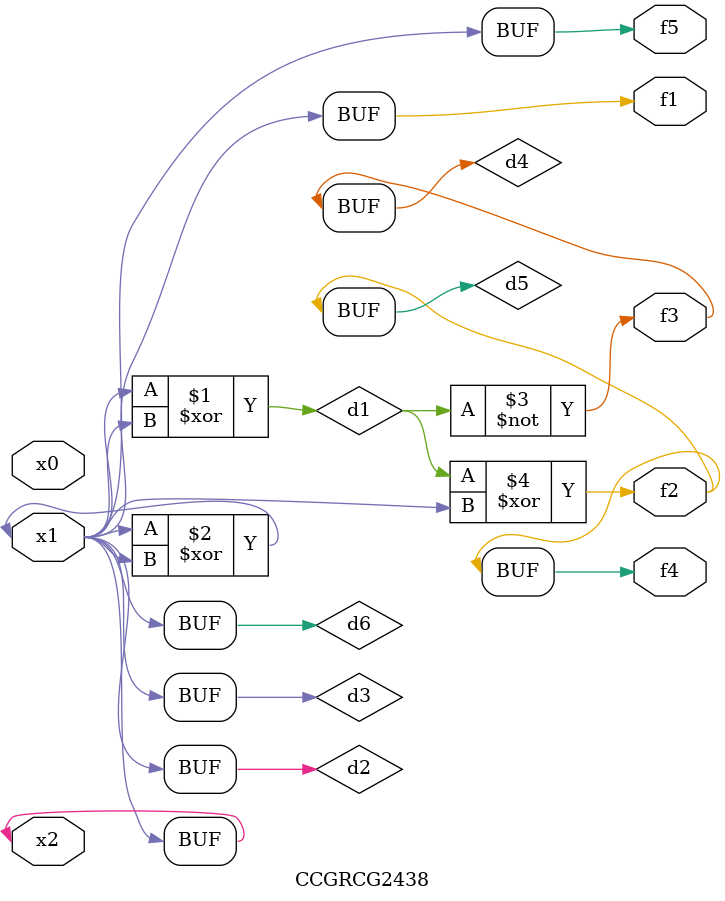
<source format=v>
module CCGRCG2438(
	input x0, x1, x2,
	output f1, f2, f3, f4, f5
);

	wire d1, d2, d3, d4, d5, d6;

	xor (d1, x1, x2);
	buf (d2, x1, x2);
	xor (d3, x1, x2);
	nor (d4, d1);
	xor (d5, d1, d2);
	buf (d6, d2, d3);
	assign f1 = d6;
	assign f2 = d5;
	assign f3 = d4;
	assign f4 = d5;
	assign f5 = d6;
endmodule

</source>
